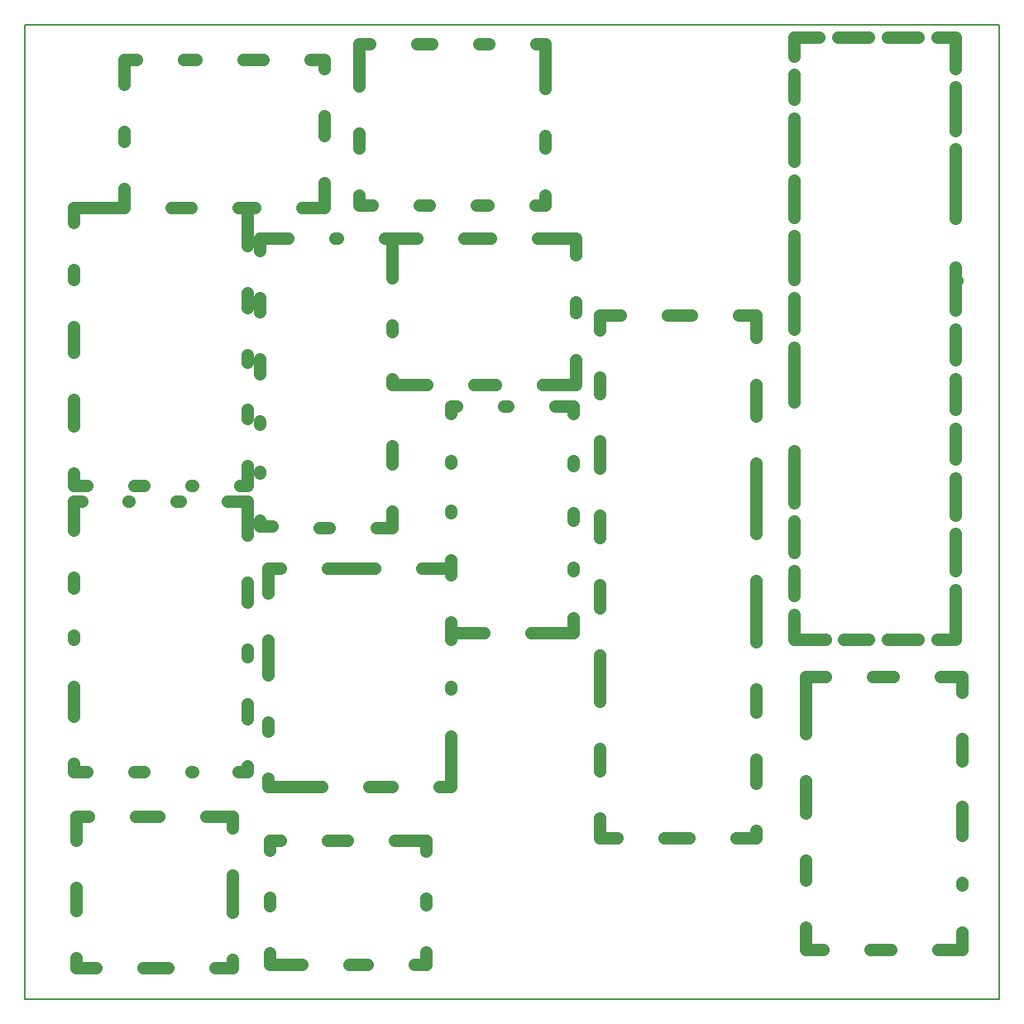
<source format=gbr>
G04 #@! TF.FileFunction,Profile,NP*
%FSLAX46Y46*%
G04 Gerber Fmt 4.6, Leading zero omitted, Abs format (unit mm)*
G04 Created by KiCad (PCBNEW 4.0.7-e2-6376~58~ubuntu16.04.1) date Tue Jan  2 19:13:55 2018*
%MOMM*%
%LPD*%
G01*
G04 APERTURE LIST*
%ADD10C,0.100000*%
%ADD11C,1.270000*%
%ADD12C,0.150000*%
G04 APERTURE END LIST*
D10*
D11*
X183134000Y-77216000D02*
X183134000Y-77978000D01*
X180213000Y-29210000D02*
X180213000Y-30353000D01*
X179324000Y-29210000D02*
X180213000Y-29210000D01*
X173482000Y-29210000D02*
X174498000Y-29210000D01*
X167132000Y-29210000D02*
X168656000Y-29210000D01*
X161163000Y-29210000D02*
X162306000Y-29210000D01*
X161163000Y-29337000D02*
X161163000Y-29210000D01*
X161163000Y-33528000D02*
X161163000Y-29337000D01*
X170561000Y-82042000D02*
X170561000Y-83566000D01*
X170561000Y-76962000D02*
X170561000Y-77216000D01*
X170561000Y-71882000D02*
X170561000Y-72136000D01*
X170561000Y-66294000D02*
X170561000Y-67056000D01*
X171196000Y-66294000D02*
X170561000Y-66294000D01*
X176022000Y-66294000D02*
X176403000Y-66294000D01*
X183134000Y-89535000D02*
X183134000Y-88011000D01*
X178816000Y-89535000D02*
X183134000Y-89535000D01*
X183134000Y-82804000D02*
X183134000Y-83185000D01*
X183134000Y-71882000D02*
X183134000Y-72390000D01*
X183134000Y-66294000D02*
X183134000Y-67056000D01*
X183007000Y-66294000D02*
X183134000Y-66294000D01*
X181229000Y-66294000D02*
X183007000Y-66294000D01*
X205740000Y-64389000D02*
X205740000Y-65786000D01*
X205740000Y-65913000D02*
X205740000Y-64389000D01*
X205740000Y-70866000D02*
X205740000Y-72644000D01*
X222250000Y-47117000D02*
X222250000Y-45339000D01*
X222250000Y-53467000D02*
X222377000Y-53467000D01*
X222250000Y-52070000D02*
X222250000Y-53467000D01*
X173990000Y-89535000D02*
X170561000Y-89535000D01*
X151892000Y-82931000D02*
X151892000Y-85471000D01*
X153162000Y-82931000D02*
X151892000Y-82931000D01*
X151892000Y-93853000D02*
X151892000Y-90297000D01*
X151892000Y-99568000D02*
X151892000Y-98679000D01*
X151892000Y-105283000D02*
X151892000Y-104394000D01*
X157353000Y-105283000D02*
X151892000Y-105283000D01*
X164592000Y-105283000D02*
X162179000Y-105283000D01*
X169418000Y-105283000D02*
X170561000Y-105283000D01*
X170561000Y-100076000D02*
X170561000Y-105283000D01*
X170561000Y-94996000D02*
X170561000Y-95250000D01*
X170561000Y-88392000D02*
X170561000Y-90170000D01*
X170561000Y-82931000D02*
X170561000Y-83566000D01*
X167640000Y-82931000D02*
X170561000Y-82931000D01*
X162814000Y-82931000D02*
X157988000Y-82931000D01*
X171958000Y-49149000D02*
X174625000Y-49149000D01*
X183388000Y-49149000D02*
X179451000Y-49149000D01*
X183388000Y-50800000D02*
X183388000Y-49149000D01*
X183388000Y-56769000D02*
X183388000Y-55626000D01*
X183388000Y-64135000D02*
X183388000Y-61595000D01*
X179959000Y-64135000D02*
X183388000Y-64135000D01*
X172974000Y-64135000D02*
X175133000Y-64135000D01*
X180213000Y-33782000D02*
X180213000Y-30353000D01*
X180213000Y-39878000D02*
X180213000Y-38608000D01*
X180213000Y-45720000D02*
X179197000Y-45720000D01*
X180213000Y-44704000D02*
X180213000Y-45720000D01*
X174371000Y-45720000D02*
X173228000Y-45720000D01*
X168402000Y-45720000D02*
X167386000Y-45720000D01*
X161163000Y-45720000D02*
X162560000Y-45720000D01*
X161163000Y-44704000D02*
X161163000Y-45720000D01*
X161163000Y-38354000D02*
X161163000Y-39878000D01*
X137160000Y-45974000D02*
X136906000Y-45974000D01*
X137160000Y-44069000D02*
X137160000Y-45974000D01*
X137160000Y-38227000D02*
X137160000Y-39243000D01*
X137160000Y-30861000D02*
X137160000Y-33401000D01*
X138430000Y-30861000D02*
X137160000Y-30861000D01*
X144526000Y-30861000D02*
X143256000Y-30861000D01*
X149352000Y-30861000D02*
X151384000Y-30861000D01*
X157607000Y-30861000D02*
X156210000Y-30861000D01*
X157607000Y-31750000D02*
X157607000Y-30861000D01*
X157607000Y-36703000D02*
X157607000Y-36576000D01*
X157607000Y-38608000D02*
X157607000Y-36703000D01*
X157607000Y-45974000D02*
X157607000Y-43434000D01*
X155321000Y-45974000D02*
X157607000Y-45974000D01*
X149733000Y-56261000D02*
X149733000Y-54737000D01*
X149733000Y-61849000D02*
X149733000Y-61087000D01*
X149733000Y-67564000D02*
X149733000Y-66675000D01*
X149733000Y-74422000D02*
X149733000Y-72390000D01*
X148971000Y-74422000D02*
X149733000Y-74422000D01*
X144145000Y-74422000D02*
X144018000Y-74422000D01*
X138176000Y-74422000D02*
X139192000Y-74422000D01*
X131953000Y-74422000D02*
X131953000Y-73152000D01*
X133350000Y-74422000D02*
X131953000Y-74422000D01*
X131953000Y-68326000D02*
X131953000Y-65659000D01*
X131953000Y-60833000D02*
X131953000Y-58166000D01*
X131953000Y-52324000D02*
X131953000Y-53340000D01*
X131953000Y-45974000D02*
X131953000Y-47498000D01*
X132080000Y-45974000D02*
X131953000Y-45974000D01*
X137160000Y-45974000D02*
X132080000Y-45974000D01*
X144018000Y-45974000D02*
X141986000Y-45974000D01*
X149733000Y-45974000D02*
X149860000Y-45974000D01*
X149733000Y-49911000D02*
X149733000Y-45974000D01*
X150495000Y-45974000D02*
X148844000Y-45974000D01*
X137541000Y-76073000D02*
X137668000Y-76073000D01*
X142875000Y-76073000D02*
X142494000Y-76073000D01*
X149733000Y-76073000D02*
X147701000Y-76073000D01*
X149733000Y-79502000D02*
X149733000Y-76073000D01*
X149733000Y-103759000D02*
X148844000Y-103759000D01*
X149733000Y-103124000D02*
X149733000Y-103759000D01*
X149733000Y-98298000D02*
X149733000Y-96774000D01*
X149733000Y-91186000D02*
X149733000Y-91948000D01*
X149733000Y-86360000D02*
X149733000Y-84328000D01*
X144018000Y-103759000D02*
X144145000Y-103759000D01*
X132207000Y-117983000D02*
X132207000Y-115570000D01*
X132207000Y-123825000D02*
X132207000Y-122809000D01*
X134239000Y-123825000D02*
X132207000Y-123825000D01*
X141605000Y-123825000D02*
X139065000Y-123825000D01*
X148209000Y-123825000D02*
X146431000Y-123825000D01*
X148209000Y-122936000D02*
X148209000Y-123825000D01*
X148209000Y-114300000D02*
X148209000Y-118110000D01*
X148209000Y-109347000D02*
X148209000Y-109474000D01*
X148209000Y-108331000D02*
X148209000Y-109347000D01*
X145542000Y-108331000D02*
X148209000Y-108331000D01*
X138303000Y-108331000D02*
X140716000Y-108331000D01*
X132207000Y-108331000D02*
X132207000Y-110744000D01*
X133477000Y-108331000D02*
X132207000Y-108331000D01*
X138176000Y-103759000D02*
X139192000Y-103759000D01*
X131953000Y-103759000D02*
X133350000Y-103759000D01*
X131953000Y-102870000D02*
X131953000Y-103759000D01*
X131953000Y-94996000D02*
X131953000Y-98044000D01*
X131953000Y-89789000D02*
X131953000Y-90170000D01*
X131953000Y-83820000D02*
X131953000Y-84963000D01*
X131953000Y-76073000D02*
X131953000Y-78994000D01*
X132842000Y-76073000D02*
X131953000Y-76073000D01*
X151130000Y-49149000D02*
X153924000Y-49149000D01*
X151003000Y-49276000D02*
X151003000Y-49149000D01*
X151003000Y-50419000D02*
X151003000Y-49276000D01*
X151003000Y-56642000D02*
X151003000Y-55245000D01*
X151003000Y-62992000D02*
X151003000Y-61468000D01*
X151003000Y-68199000D02*
X151003000Y-67818000D01*
X151003000Y-73152000D02*
X151003000Y-73025000D01*
X151003000Y-77978000D02*
X151003000Y-78613000D01*
X152273000Y-78613000D02*
X151003000Y-78613000D01*
X157099000Y-78740000D02*
X158115000Y-78740000D01*
X164592000Y-78740000D02*
X162941000Y-78740000D01*
X164592000Y-77089000D02*
X164592000Y-78740000D01*
X164592000Y-72263000D02*
X164592000Y-70358000D01*
X159004000Y-49149000D02*
X158750000Y-49149000D01*
X167132000Y-49149000D02*
X163830000Y-49149000D01*
X164592000Y-49149000D02*
X163830000Y-49149000D01*
X164592000Y-53213000D02*
X164592000Y-49149000D01*
X164592000Y-58674000D02*
X164592000Y-58039000D01*
X164592000Y-64135000D02*
X168148000Y-64135000D01*
X164592000Y-63500000D02*
X164592000Y-64135000D01*
X168021000Y-116713000D02*
X168021000Y-117348000D01*
X168021000Y-110744000D02*
X168021000Y-111887000D01*
X164846000Y-110744000D02*
X168021000Y-110744000D01*
X157988000Y-110744000D02*
X160020000Y-110744000D01*
X152019000Y-110744000D02*
X153162000Y-110744000D01*
X152019000Y-111760000D02*
X152019000Y-110744000D01*
X152019000Y-117475000D02*
X152019000Y-116586000D01*
X152019000Y-123444000D02*
X152019000Y-122301000D01*
X155321000Y-123444000D02*
X152019000Y-123444000D01*
X162052000Y-123444000D02*
X160147000Y-123444000D01*
X168021000Y-123444000D02*
X166878000Y-123444000D01*
X168021000Y-122174000D02*
X168021000Y-123444000D01*
X192405000Y-110490000D02*
X194945000Y-110490000D01*
X185801000Y-110490000D02*
X187579000Y-110490000D01*
X185801000Y-108458000D02*
X185801000Y-110490000D01*
X185801000Y-101346000D02*
X185801000Y-103632000D01*
X185801000Y-91821000D02*
X185801000Y-96520000D01*
X185801000Y-84582000D02*
X185801000Y-86995000D01*
X185801000Y-77470000D02*
X185801000Y-79756000D01*
X185801000Y-69850000D02*
X185801000Y-72644000D01*
X185801000Y-63373000D02*
X185801000Y-65024000D01*
X185801000Y-57023000D02*
X185801000Y-58547000D01*
X187960000Y-57023000D02*
X185801000Y-57023000D01*
X195199000Y-57023000D02*
X192786000Y-57023000D01*
X201803000Y-57023000D02*
X200025000Y-57023000D01*
X201803000Y-59309000D02*
X201803000Y-57023000D01*
X201803000Y-67310000D02*
X201803000Y-64135000D01*
X201803000Y-79375000D02*
X201803000Y-72136000D01*
X201803000Y-90424000D02*
X201803000Y-84201000D01*
X201803000Y-97663000D02*
X201803000Y-95250000D01*
X201803000Y-104902000D02*
X201803000Y-102489000D01*
X201803000Y-110490000D02*
X201803000Y-109728000D01*
X199771000Y-110490000D02*
X201803000Y-110490000D01*
X213741000Y-93980000D02*
X215900000Y-93980000D01*
X206883000Y-93980000D02*
X208915000Y-93980000D01*
X206883000Y-99822000D02*
X206883000Y-93980000D01*
X206883000Y-107950000D02*
X206883000Y-104648000D01*
X206883000Y-114808000D02*
X206883000Y-112776000D01*
X206883000Y-121920000D02*
X206883000Y-119634000D01*
X208661000Y-121920000D02*
X206883000Y-121920000D01*
X215646000Y-121920000D02*
X213487000Y-121920000D01*
X222885000Y-121920000D02*
X220472000Y-121920000D01*
X222885000Y-120142000D02*
X222885000Y-121920000D01*
X222885000Y-115062000D02*
X222885000Y-115316000D01*
X222885000Y-93980000D02*
X220726000Y-93980000D01*
X222885000Y-95631000D02*
X222885000Y-93980000D01*
X222885000Y-100330000D02*
X222885000Y-102616000D01*
X222885000Y-110236000D02*
X222885000Y-107315000D01*
X222885000Y-107315000D02*
X222885000Y-110236000D01*
X222250000Y-28575000D02*
X222250000Y-29210000D01*
X220345000Y-28575000D02*
X222250000Y-28575000D01*
X215265000Y-28575000D02*
X218440000Y-28575000D01*
X210185000Y-28575000D02*
X213360000Y-28575000D01*
X205740000Y-28575000D02*
X208280000Y-28575000D01*
X205740000Y-29210000D02*
X205740000Y-28575000D01*
X205740000Y-30480000D02*
X205740000Y-29210000D01*
X205740000Y-34925000D02*
X205740000Y-32385000D01*
X205740000Y-41275000D02*
X205740000Y-36830000D01*
X205740000Y-46990000D02*
X205740000Y-43180000D01*
X205740000Y-53340000D02*
X205740000Y-48895000D01*
X205740000Y-58420000D02*
X205740000Y-55245000D01*
X205740000Y-64770000D02*
X205740000Y-60325000D01*
X205740000Y-76200000D02*
X205740000Y-72390000D01*
X205740000Y-81280000D02*
X205740000Y-78105000D01*
X205740000Y-84455000D02*
X205740000Y-83185000D01*
X205740000Y-84455000D02*
X205740000Y-85090000D01*
X205740000Y-85090000D02*
X205740000Y-85725000D01*
X205740000Y-90170000D02*
X205740000Y-87630000D01*
X206375000Y-90170000D02*
X205740000Y-90170000D01*
X208915000Y-90170000D02*
X206375000Y-90170000D01*
X213360000Y-90170000D02*
X210820000Y-90170000D01*
X218440000Y-90170000D02*
X215265000Y-90170000D01*
X222250000Y-90170000D02*
X220345000Y-90170000D01*
X222250000Y-89535000D02*
X222250000Y-90170000D01*
X222250000Y-85090000D02*
X222250000Y-89535000D01*
X222250000Y-79375000D02*
X222250000Y-83185000D01*
X222250000Y-73660000D02*
X222250000Y-77470000D01*
X222250000Y-68580000D02*
X222250000Y-71755000D01*
X222250000Y-63500000D02*
X222250000Y-66675000D01*
X222250000Y-58420000D02*
X222250000Y-61595000D01*
X222250000Y-53340000D02*
X222250000Y-56515000D01*
X222250000Y-34290000D02*
X222250000Y-33655000D01*
X222250000Y-40640000D02*
X222250000Y-40005000D01*
X222250000Y-40640000D02*
X222250000Y-45720000D01*
X222250000Y-34290000D02*
X222250000Y-38100000D01*
X222250000Y-29210000D02*
X222250000Y-31750000D01*
D12*
X127000000Y-127000000D02*
X127000000Y-27305000D01*
X226695000Y-127000000D02*
X127000000Y-127000000D01*
X226695000Y-27305000D02*
X226695000Y-127000000D01*
X127000000Y-27305000D02*
X226695000Y-27305000D01*
M02*

</source>
